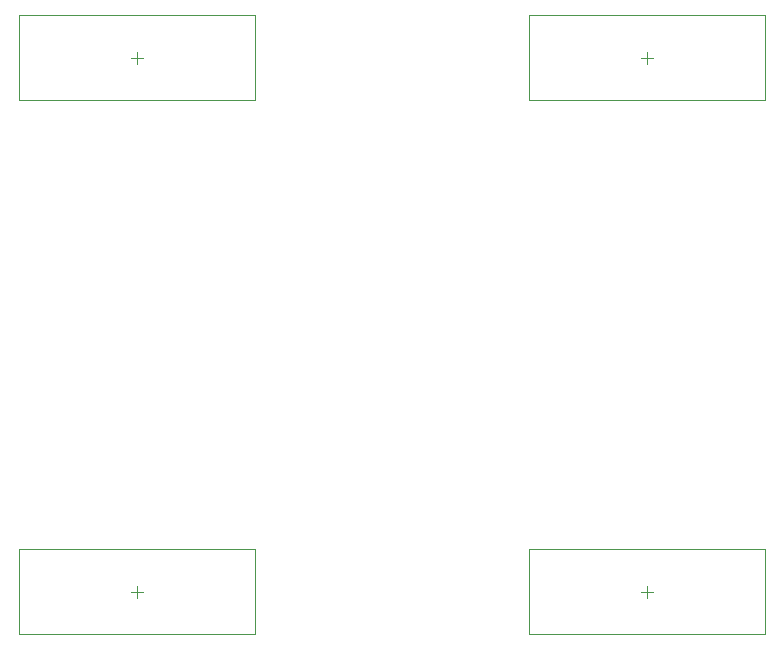
<source format=gbr>
G04 Layer_Color=9021481*
%FSLAX44Y44*%
%MOMM*%
G71*
G01*
G75*
%ADD83C,0.1000*%
%ADD85C,0.0500*%
D83*
X394000Y501050D02*
Y511050D01*
X389000Y506050D02*
X399000D01*
X389000Y53950D02*
X399000D01*
X394000Y48950D02*
Y58950D01*
X825800Y48950D02*
Y58950D01*
X820800Y53950D02*
X830800D01*
X820800Y506050D02*
X830800D01*
X825800Y501050D02*
Y511050D01*
D85*
X294000Y470050D02*
X494000D01*
X294000Y542050D02*
X494000D01*
X294000Y470050D02*
Y542050D01*
X494000Y470050D02*
Y542050D01*
Y17950D02*
Y89950D01*
X294000Y17950D02*
Y89950D01*
X494000D01*
X294000Y17950D02*
X494000D01*
X725800D02*
X925800D01*
X725800Y89950D02*
X925800D01*
X725800Y17950D02*
Y89950D01*
X925800Y17950D02*
Y89950D01*
Y470050D02*
Y542050D01*
X725800Y470050D02*
Y542050D01*
X925800D01*
X725800Y470050D02*
X925800D01*
M02*

</source>
